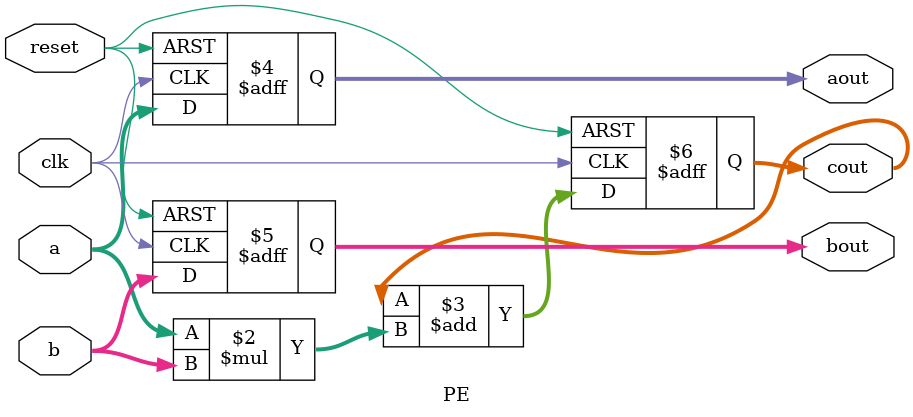
<source format=v>
module PE(
    input reset,clk,
    input [7:0]a,b,
    output reg [7:0]aout,bout,
    output reg [15:0]cout
);
    
always @(posedge clk or posedge reset) begin
    if (reset) begin
        aout<=0;
        bout <= 0;
        cout <=0;
    end
    else begin
        aout <= a;
        bout <= b;
        cout <= cout + (a * b);
    end

end
endmodule

</source>
